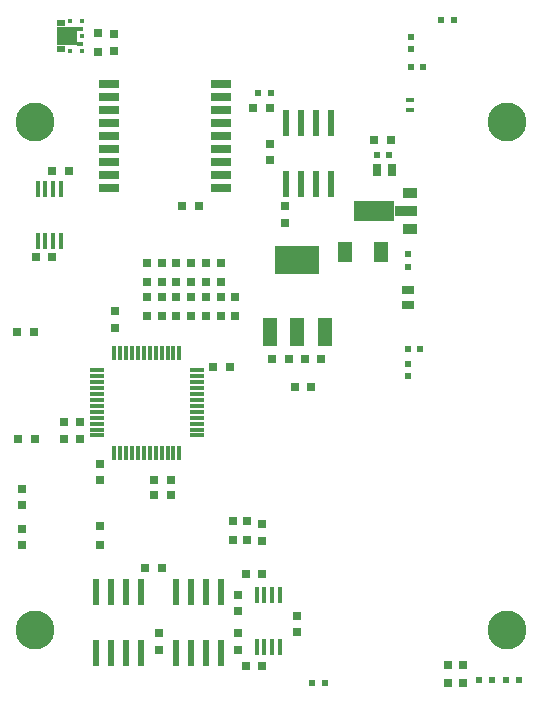
<source format=gtp>
%FSLAX46Y46*%
G04 Gerber Fmt 4.6, Leading zero omitted, Abs format (unit mm)*
G04 Created by KiCad (PCBNEW (2014-jul-16 BZR unknown)-product) date Sat 02 Aug 2014 00:24:25 BST*
%MOMM*%
G01*
G04 APERTURE LIST*
%ADD10C,0.100000*%
%ADD11R,0.800000X0.700000*%
%ADD12R,0.700000X0.800000*%
%ADD13R,0.600000X0.600000*%
%ADD14R,1.200000X1.700000*%
%ADD15R,0.800000X0.800000*%
%ADD16R,0.400000X1.400000*%
%ADD17R,0.600000X2.200000*%
%ADD18R,1.800000X0.700000*%
%ADD19R,1.800000X0.800000*%
%ADD20R,0.300000X1.200000*%
%ADD21R,1.200000X0.300000*%
%ADD22R,0.640000X1.020000*%
%ADD23R,1.020000X0.640000*%
%ADD24R,0.660000X0.360000*%
%ADD25R,0.500000X0.600000*%
%ADD26R,1.300000X2.400000*%
%ADD27R,3.800000X2.400000*%
%ADD28R,1.900000X0.900000*%
%ADD29R,1.300000X0.900000*%
%ADD30R,3.500000X1.800000*%
%ADD31R,0.600000X0.500000*%
%ADD32R,0.300000X0.300000*%
%ADD33R,0.600000X0.350000*%
%ADD34R,1.700000X1.600000*%
%ADD35R,0.350000X0.600000*%
%ADD36C,3.300000*%
G04 APERTURE END LIST*
D10*
D11*
X15500000Y-58250000D03*
X15500000Y-59650000D03*
X22250000Y-58250000D03*
X22250000Y-59650000D03*
X24900000Y-18200000D03*
X24900000Y-16800000D03*
D12*
X23500000Y-13750000D03*
X24900000Y-13750000D03*
X15750000Y-52750000D03*
X14350000Y-52750000D03*
D11*
X22250000Y-55000000D03*
X22250000Y-56400000D03*
D12*
X24250000Y-61000000D03*
X22850000Y-61000000D03*
X24250000Y-53250000D03*
X22850000Y-53250000D03*
X29250000Y-35000000D03*
X27850000Y-35000000D03*
X26500000Y-35000000D03*
X25100000Y-35000000D03*
D11*
X26200000Y-22100000D03*
X26200000Y-23500000D03*
X27250000Y-56750000D03*
X27250000Y-58150000D03*
X24250000Y-49000000D03*
X24250000Y-50400000D03*
D12*
X4900000Y-32700000D03*
X3500000Y-32700000D03*
X27000000Y-37400000D03*
X28400000Y-37400000D03*
D13*
X34000000Y-17750000D03*
X35000000Y-17750000D03*
D12*
X33750000Y-16500000D03*
X35150000Y-16500000D03*
D14*
X31250000Y-26000000D03*
X34350000Y-26000000D03*
D13*
X36570000Y-35450000D03*
X36570000Y-36450000D03*
X36900000Y-8750000D03*
X36900000Y-7750000D03*
X37600000Y-34200000D03*
X36600000Y-34200000D03*
X37900000Y-10330000D03*
X36900000Y-10330000D03*
D11*
X7500000Y-41800000D03*
X7500000Y-40400000D03*
X10500000Y-43900000D03*
X10500000Y-45300000D03*
X8800000Y-41800000D03*
X8800000Y-40400000D03*
D12*
X20100000Y-35700000D03*
X21500000Y-35700000D03*
D11*
X11800000Y-32400000D03*
X11800000Y-31000000D03*
D12*
X16500000Y-46500000D03*
X15100000Y-46500000D03*
X16500000Y-45300000D03*
X15100000Y-45300000D03*
X17500000Y-22100000D03*
X18900000Y-22100000D03*
D11*
X11700000Y-8950000D03*
X11700000Y-7550000D03*
D12*
X7900000Y-19100000D03*
X6500000Y-19100000D03*
X6500000Y-26400000D03*
X5100000Y-26400000D03*
X5000000Y-41800000D03*
X3600000Y-41800000D03*
D11*
X3900000Y-46000000D03*
X3900000Y-47400000D03*
X3900000Y-50800000D03*
X3900000Y-49400000D03*
D15*
X19500000Y-28550000D03*
X19500000Y-26900000D03*
X20750000Y-28550000D03*
X20750000Y-26900000D03*
X18250000Y-28550000D03*
X18250000Y-26900000D03*
X15800000Y-28550000D03*
X15800000Y-26900000D03*
X17000000Y-28550000D03*
X17000000Y-26900000D03*
X14500000Y-28550000D03*
X14500000Y-26900000D03*
D16*
X25750000Y-55000000D03*
X25100000Y-55000000D03*
X24450000Y-55000000D03*
X23800000Y-55000000D03*
X23800000Y-59400000D03*
X24450000Y-59400000D03*
X25100000Y-59400000D03*
X25750000Y-59400000D03*
D17*
X20750000Y-54750000D03*
X19480000Y-54750000D03*
X18210000Y-54750000D03*
X16940000Y-54750000D03*
X16940000Y-59957000D03*
X18210000Y-59957000D03*
X19480000Y-59957000D03*
X20750000Y-59957000D03*
X14000000Y-54750000D03*
X12730000Y-54750000D03*
X11460000Y-54750000D03*
X10190000Y-54750000D03*
X10190000Y-59957000D03*
X11460000Y-59957000D03*
X12730000Y-59957000D03*
X14000000Y-59957000D03*
X26250000Y-20250000D03*
X27520000Y-20250000D03*
X28790000Y-20250000D03*
X30060000Y-20250000D03*
X30060000Y-15043000D03*
X28790000Y-15043000D03*
X27520000Y-15043000D03*
X26250000Y-15043000D03*
D18*
X11250000Y-11750000D03*
D19*
X11250000Y-12850000D03*
X11250000Y-13950000D03*
X11250000Y-15050000D03*
X11250000Y-16150000D03*
X11250000Y-17250000D03*
X11250000Y-18350000D03*
X11250000Y-19450000D03*
D18*
X11250000Y-20550000D03*
X20750000Y-11750000D03*
X20750000Y-20550000D03*
D19*
X20750000Y-12850000D03*
X20750000Y-13950000D03*
X20750000Y-15050000D03*
X20750000Y-16150000D03*
X20750000Y-17250000D03*
X20750000Y-18350000D03*
X20750000Y-19450000D03*
D20*
X11750000Y-43000000D03*
X12250000Y-43000000D03*
X12750000Y-43000000D03*
X13250000Y-43000000D03*
X13750000Y-43000000D03*
X14250000Y-43000000D03*
X14750000Y-43000000D03*
X15250000Y-43000000D03*
X15750000Y-43000000D03*
X16250000Y-43000000D03*
X16750000Y-43000000D03*
X17250000Y-43000000D03*
D21*
X18750000Y-41500000D03*
X18750000Y-41000000D03*
X18750000Y-40500000D03*
X18750000Y-40000000D03*
X18750000Y-39500000D03*
X18750000Y-39000000D03*
X18750000Y-38500000D03*
X18750000Y-38000000D03*
X18750000Y-37500000D03*
X18750000Y-37000000D03*
X18750000Y-36500000D03*
X18750000Y-36000000D03*
D20*
X17250000Y-34500000D03*
X16750000Y-34500000D03*
X16250000Y-34500000D03*
X15750000Y-34500000D03*
X15250000Y-34500000D03*
X14750000Y-34500000D03*
X14250000Y-34500000D03*
X13750000Y-34500000D03*
X13250000Y-34500000D03*
X12750000Y-34500000D03*
X12250000Y-34500000D03*
X11750000Y-34500000D03*
D21*
X10250000Y-36000000D03*
X10250000Y-36500000D03*
X10250000Y-37000000D03*
X10250000Y-37500000D03*
X10250000Y-38000000D03*
X10250000Y-38500000D03*
X10250000Y-39000000D03*
X10250000Y-39500000D03*
X10250000Y-40000000D03*
X10250000Y-40500000D03*
X10250000Y-41000000D03*
X10250000Y-41500000D03*
D16*
X7200000Y-20600000D03*
X6550000Y-20600000D03*
X5900000Y-20600000D03*
X5250000Y-20600000D03*
X5250000Y-25000000D03*
X5900000Y-25000000D03*
X6550000Y-25000000D03*
X7200000Y-25000000D03*
D22*
X35250000Y-19000000D03*
X33970000Y-19000000D03*
D23*
X36580000Y-29210000D03*
X36580000Y-30490000D03*
D24*
X36760000Y-13140000D03*
X36760000Y-13960000D03*
D15*
X21750000Y-48750000D03*
X21750000Y-50350000D03*
X23000000Y-48750000D03*
X23000000Y-50350000D03*
D25*
X36580000Y-26110000D03*
X36580000Y-27210000D03*
D15*
X41250000Y-62500000D03*
X41250000Y-60900000D03*
X40000000Y-62500000D03*
X40000000Y-60900000D03*
X10400000Y-9050000D03*
X10400000Y-7450000D03*
X20750000Y-29800000D03*
X20750000Y-31400000D03*
X19500000Y-29800000D03*
X19500000Y-31400000D03*
X22000000Y-29800000D03*
X22000000Y-31400000D03*
X18250000Y-29800000D03*
X18250000Y-31400000D03*
X15800000Y-29800000D03*
X15800000Y-31400000D03*
X17000000Y-29800000D03*
X17000000Y-31400000D03*
X14500000Y-29800000D03*
X14500000Y-31400000D03*
X10500000Y-50800000D03*
X10500000Y-49200000D03*
D26*
X27250000Y-32750000D03*
X24950000Y-32750000D03*
X29550000Y-32750000D03*
D27*
X27250000Y-26650000D03*
D28*
X36450000Y-22500000D03*
D29*
X36750000Y-24000000D03*
X36750000Y-21000000D03*
D30*
X33750000Y-22500000D03*
D31*
X25000000Y-12500000D03*
X23900000Y-12500000D03*
X28500000Y-62500000D03*
X29600000Y-62500000D03*
X40500000Y-6300000D03*
X39400000Y-6300000D03*
X43700000Y-62200000D03*
X42600000Y-62200000D03*
X44900000Y-62200000D03*
X46000000Y-62200000D03*
D32*
X9000000Y-6450000D03*
X9000000Y-8950000D03*
X9000000Y-7700000D03*
X8000000Y-6450000D03*
X8000000Y-8950000D03*
D33*
X8850000Y-7075000D03*
X8850000Y-8325000D03*
D34*
X7700000Y-7700000D03*
D35*
X7025000Y-6600000D03*
X7025000Y-8800000D03*
X7375000Y-8800000D03*
X7375000Y-6600000D03*
D36*
X5000000Y-58000000D03*
X45000000Y-15000000D03*
X5000000Y-15000000D03*
X45000000Y-58000000D03*
M02*

</source>
